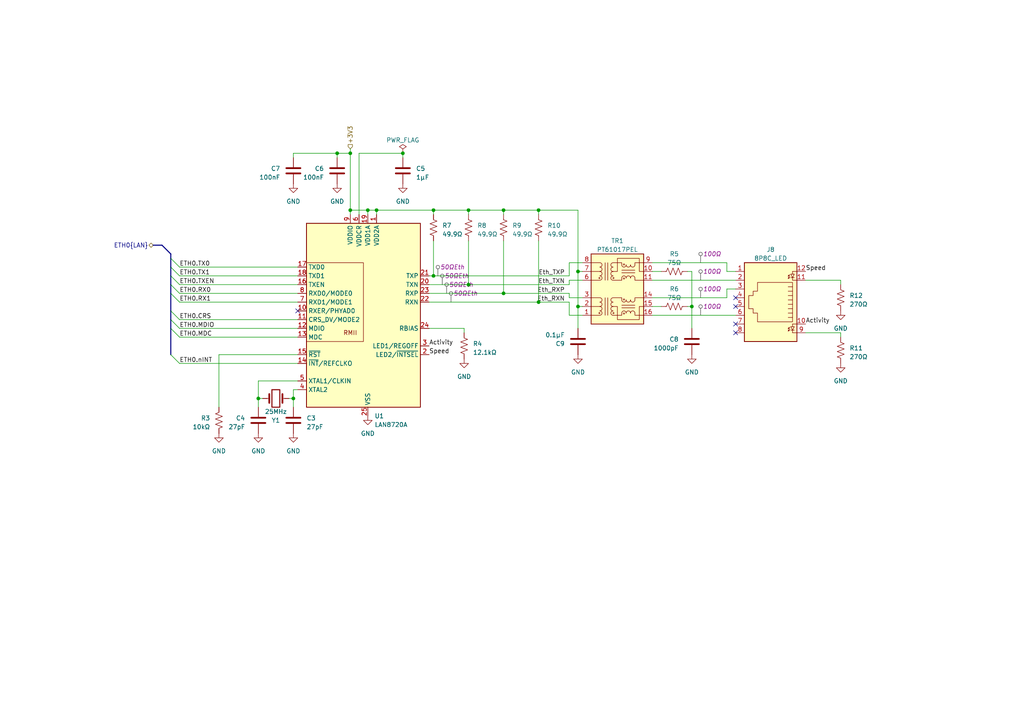
<source format=kicad_sch>
(kicad_sch (version 20230121) (generator eeschema)
  (paper "A4")
  (lib_symbols
    (symbol "Connector:8P8C_LED" (pin_names (offset 1.016))
      (property "Reference" "J" (at -5.08 13.97 0))
      (property "Value" "8P8C_LED" (at 1.27 13.97 0))
      (symbol "8P8C_LED_0_1"
        (polyline (pts (xy -7.62 -7.62) (xy -6.35 -7.62)))
        (polyline (pts (xy -7.62 -5.08) (xy -6.35 -5.08)))
        (polyline (pts (xy -7.62 7.62) (xy -6.35 7.62)))
        (polyline (pts (xy -7.62 10.16) (xy -6.35 10.16)))
        (polyline (pts (xy -6.858 -5.842) (xy -5.842 -5.842)))
        (polyline (pts (xy -6.858 9.398) (xy -5.842 9.398)))
        (polyline (pts (xy -6.35 -7.62) (xy -6.35 -6.858)))
        (polyline (pts (xy -6.35 -5.08) (xy -6.35 -5.842)))
        (polyline (pts (xy -6.35 7.62) (xy -6.35 8.382)))
        (polyline (pts (xy -6.35 10.16) (xy -6.35 9.398)))
        (polyline (pts (xy -5.08 -6.223) (xy -5.207 -6.604)))
        (polyline (pts (xy -5.08 -5.588) (xy -5.207 -5.969)))
        (polyline (pts (xy -5.08 4.445) (xy -6.35 4.445)))
        (polyline (pts (xy -5.08 5.715) (xy -6.35 5.715)))
        (polyline (pts (xy -5.08 9.017) (xy -5.207 8.636)))
        (polyline (pts (xy -5.08 9.652) (xy -5.207 9.271)))
        (polyline (pts (xy -6.35 -3.175) (xy -5.08 -3.175) (xy -5.08 -3.175)))
        (polyline (pts (xy -6.35 -1.905) (xy -5.08 -1.905) (xy -5.08 -1.905)))
        (polyline (pts (xy -6.35 -0.635) (xy -5.08 -0.635) (xy -5.08 -0.635)))
        (polyline (pts (xy -6.35 0.635) (xy -5.08 0.635) (xy -5.08 0.635)))
        (polyline (pts (xy -6.35 1.905) (xy -5.08 1.905) (xy -5.08 1.905)))
        (polyline (pts (xy -5.588 -6.731) (xy -5.08 -6.223) (xy -5.461 -6.35)))
        (polyline (pts (xy -5.588 -6.096) (xy -5.08 -5.588) (xy -5.461 -5.715)))
        (polyline (pts (xy -5.588 8.509) (xy -5.08 9.017) (xy -5.461 8.89)))
        (polyline (pts (xy -5.588 9.144) (xy -5.08 9.652) (xy -5.461 9.525)))
        (polyline (pts (xy -5.08 3.175) (xy -6.35 3.175) (xy -6.35 3.175)))
        (polyline (pts (xy -6.35 -5.842) (xy -6.858 -6.858) (xy -5.842 -6.858) (xy -6.35 -5.842)))
        (polyline (pts (xy -6.35 9.398) (xy -6.858 8.382) (xy -5.842 8.382) (xy -6.35 9.398)))
        (polyline (pts (xy -6.35 -4.445) (xy -6.35 6.985) (xy 3.81 6.985) (xy 3.81 4.445) (xy 5.08 4.445) (xy 5.08 3.175) (xy 6.35 3.175) (xy 6.35 -0.635) (xy 5.08 -0.635) (xy 5.08 -1.905) (xy 3.81 -1.905) (xy 3.81 -4.445) (xy -6.35 -4.445) (xy -6.35 -4.445)))
        (rectangle (start 7.62 12.7) (end -7.62 -10.16) (stroke (width 0.254)) (fill (type background)))
      )
      (symbol "8P8C_LED_1_1"
        (pin passive line (at 10.16 -7.62 180) (length 2.54) (name "~") (number "1"))
        (pin passive line (at -10.16 7.62 0) (length 2.54) (name "~") (number "10"))
        (pin passive line (at -10.16 -5.08 0) (length 2.54) (name "~") (number "11"))
        (pin passive line (at -10.16 -7.62 0) (length 2.54) (name "~") (number "12"))
        (pin passive line (at 10.16 -5.08 180) (length 2.54) (name "~") (number "2"))
        (pin passive line (at 10.16 -2.54 180) (length 2.54) (name "~") (number "3"))
        (pin passive line (at 10.16 0 180) (length 2.54) (name "~") (number "4"))
        (pin passive line (at 10.16 2.54 180) (length 2.54) (name "~") (number "5"))
        (pin passive line (at 10.16 5.08 180) (length 2.54) (name "~") (number "6"))
        (pin passive line (at 10.16 7.62 180) (length 2.54) (name "~") (number "7"))
        (pin passive line (at 10.16 10.16 180) (length 2.54) (name "~") (number "8"))
        (pin passive line (at -10.16 10.16 0) (length 2.54) (name "~") (number "9"))
      )
    )
    (symbol "Device:C" (pin_numbers hide) (pin_names (offset 0.254))
      (property "Reference" "C" (at 0.635 2.54 0))
      (property "Value" "C" (at 0.635 -2.54 0))
      (symbol "C_0_1"
        (polyline (pts (xy -2.032 -0.762) (xy 2.032 -0.762)) (stroke (width 0.508)))
        (polyline (pts (xy -2.032 0.762) (xy 2.032 0.762)) (stroke (width 0.508)))
      )
      (symbol "C_1_1"
        (pin passive line (at 0 3.81 270) (length 2.794) (name "~") (number "1"))
        (pin passive line (at 0 -3.81 90) (length 2.794) (name "~") (number "2"))
      )
    )
    (symbol "Device:Crystal" (pin_numbers hide) (pin_names (offset 1.016) hide)
      (property "Reference" "Y" (at 0 3.81 0))
      (property "Value" "Crystal" (at 0 -3.81 0))
      (symbol "Crystal_0_1"
        (rectangle (start -1.143 2.54) (end 1.143 -2.54) (stroke (width 0.3048)))
        (polyline (pts (xy -2.54 0) (xy -1.905 0)))
        (polyline (pts (xy -1.905 -1.27) (xy -1.905 1.27)) (stroke (width 0.508)))
        (polyline (pts (xy 1.905 -1.27) (xy 1.905 1.27)) (stroke (width 0.508)))
        (polyline (pts (xy 2.54 0) (xy 1.905 0)))
      )
      (symbol "Crystal_1_1"
        (pin passive line (at -3.81 0 0) (length 1.27) (name "1") (number "1"))
        (pin passive line (at 3.81 0 180) (length 1.27) (name "2") (number "2"))
      )
    )
    (symbol "Device:R_US" (pin_numbers hide) (pin_names (offset 0))
      (property "Reference" "R" (at 2.54 0 90))
      (property "Value" "R_US" (at -2.54 0 90))
      (symbol "R_US_0_1"
        (polyline (pts (xy 0 -2.286) (xy 0 -2.54)))
        (polyline (pts (xy 0 2.286) (xy 0 2.54)))
        (polyline (pts (xy 0 -0.762) (xy 1.016 -1.143) (xy 0 -1.524) (xy -1.016 -1.905) (xy 0 -2.286)))
        (polyline (pts (xy 0 0.762) (xy 1.016 0.381) (xy 0 0) (xy -1.016 -0.381) (xy 0 -0.762)))
        (polyline (pts (xy 0 2.286) (xy 1.016 1.905) (xy 0 1.524) (xy -1.016 1.143) (xy 0 0.762)))
      )
      (symbol "R_US_1_1"
        (pin passive line (at 0 3.81 270) (length 1.27) (name "~") (number "1"))
        (pin passive line (at 0 -3.81 90) (length 1.27) (name "~") (number "2"))
      )
    )
    (symbol "Interface_Ethernet:LAN8720A"
      (property "Reference" "U" (at -13.97 29.21 0))
      (property "Value" "LAN8720A" (at 15.24 29.21 0))
      (symbol "LAN8720A_0_0"
        (text "RMII" (at -5.08 -3.81 0) (effects (font (size 1.27 1.27))))
      )
      (symbol "LAN8720A_0_1"
        (rectangle (start -17.78 27.94) (end 15.24 -25.4) (stroke (width 0.254)) (fill (type background)))
        (polyline (pts (xy -17.78 -6.35) (xy -1.27 -6.35) (xy -1.27 16.51) (xy -17.78 16.51)))
      )
      (symbol "LAN8720A_1_1"
        (pin power_in line (at 2.54 30.48 270) (length 2.54) (name "VDD2A") (number "1"))
        (pin output line (at -20.32 2.54 0) (length 2.54) (name "RXER/PHYAD0") (number "10"))
        (pin bidirectional line (at -20.32 0 0) (length 2.54) (name "CRS_DV/MODE2") (number "11"))
        (pin bidirectional line (at -20.32 -2.54 0) (length 2.54) (name "MDIO") (number "12"))
        (pin input line (at -20.32 -5.08 0) (length 2.54) (name "MDC") (number "13"))
        (pin output line (at -20.32 -12.7 0) (length 2.54) (name "~{INT}/REFCLKO") (number "14"))
        (pin input line (at -20.32 -10.16 0) (length 2.54) (name "~{RST}") (number "15"))
        (pin input line (at -20.32 10.16 0) (length 2.54) (name "TXEN") (number "16"))
        (pin input line (at -20.32 15.24 0) (length 2.54) (name "TXD0") (number "17"))
        (pin input line (at -20.32 12.7 0) (length 2.54) (name "TXD1") (number "18"))
        (pin power_in line (at 0 30.48 270) (length 2.54) (name "VDD1A") (number "19"))
        (pin bidirectional line (at 17.78 -10.16 180) (length 2.54) (name "LED2/~{INTSEL}") (number "2"))
        (pin bidirectional line (at 17.78 10.16 180) (length 2.54) (name "TXN") (number "20"))
        (pin bidirectional line (at 17.78 12.7 180) (length 2.54) (name "TXP") (number "21"))
        (pin bidirectional line (at 17.78 5.08 180) (length 2.54) (name "RXN") (number "22"))
        (pin bidirectional line (at 17.78 7.62 180) (length 2.54) (name "RXP") (number "23"))
        (pin passive line (at 17.78 -2.54 180) (length 2.54) (name "RBIAS") (number "24"))
        (pin power_in line (at 0 -27.94 90) (length 2.54) (name "VSS") (number "25"))
        (pin bidirectional line (at 17.78 -7.62 180) (length 2.54) (name "LED1/REGOFF") (number "3"))
        (pin output line (at -20.32 -20.32 0) (length 2.54) (name "XTAL2") (number "4"))
        (pin input line (at -20.32 -17.78 0) (length 2.54) (name "XTAL1/CLKIN") (number "5"))
        (pin power_in line (at -2.54 30.48 270) (length 2.54) (name "VDDCR") (number "6"))
        (pin bidirectional line (at -20.32 5.08 0) (length 2.54) (name "RXD1/MODE1") (number "7"))
        (pin bidirectional line (at -20.32 7.62 0) (length 2.54) (name "RXD0/MODE0") (number "8"))
        (pin power_in line (at -5.08 30.48 270) (length 2.54) (name "VDDIO") (number "9"))
      )
    )
    (symbol "Transformer:PT61017PEL" (pin_names hide)
      (property "Reference" "TR" (at 0 10.795 0))
      (property "Value" "PT61017PEL" (at 0 -10.795 0))
      (symbol "PT61017PEL_0_1"
        (rectangle (start -7.62 10.16) (end 7.62 -10.16) (stroke (width 0.254)) (fill (type background)))
        (circle (center -5.207 3.175) (radius 0.1778))
        (arc (start -5.08 6.35) (mid -4.4477 6.985) (end -5.08 7.62))
        (polyline (pts (xy -5.08 2.54) (xy -7.62 2.54)))
        (polyline (pts (xy -5.08 5.08) (xy -7.62 5.08)))
        (polyline (pts (xy -5.08 7.62) (xy -7.62 7.62)))
        (polyline (pts (xy -3.556 -2.54) (xy -3.556 -7.62)))
        (polyline (pts (xy -3.556 2.54) (xy -3.556 7.62)))
        (polyline (pts (xy -2.794 -7.62) (xy -2.794 -2.54)))
        (polyline (pts (xy -2.794 7.62) (xy -2.794 2.54)))
        (polyline (pts (xy 1.27 4.699) (xy 5.08 4.699)))
        (polyline (pts (xy 1.27 5.461) (xy 5.08 5.461)))
        (polyline (pts (xy -1.27 2.54) (xy 1.27 2.54) (xy 1.27 3.175)))
        (polyline (pts (xy 1.27 6.985) (xy 1.27 7.62) (xy -1.27 7.62)))
        (polyline (pts (xy 5.08 3.175) (xy 5.08 2.54) (xy 7.62 2.54)))
        (polyline (pts (xy 5.08 6.985) (xy 5.08 7.62) (xy 7.62 7.62)))
        (polyline (pts (xy -1.27 5.08) (xy 0 5.08) (xy 0 8.89) (xy 6.35 8.89) (xy 6.35 5.08) (xy 7.62 5.08)))
      )
      (symbol "PT61017PEL_1_1"
        (circle (center -5.207 -6.985) (radius 0.1778))
        (arc (start -5.08 -7.62) (mid -4.4477 -6.985) (end -5.08 -6.35))
        (arc (start -5.08 -6.35) (mid -4.4477 -5.715) (end -5.08 -5.08))
        (arc (start -5.08 -5.08) (mid -4.4477 -4.445) (end -5.08 -3.81))
        (arc (start -5.08 -3.81) (mid -4.4477 -3.175) (end -5.08 -2.54))
        (arc (start -5.08 2.54) (mid -4.4477 3.175) (end -5.08 3.81))
        (arc (start -5.08 3.81) (mid -4.4477 4.445) (end -5.08 5.08))
        (arc (start -5.08 5.08) (mid -4.4477 5.715) (end -5.08 6.35))
        (arc (start -1.27 -6.35) (mid -1.9023 -6.985) (end -1.27 -7.62))
        (arc (start -1.27 -5.08) (mid -1.9023 -5.715) (end -1.27 -6.35))
        (arc (start -1.27 -3.81) (mid -1.9023 -4.445) (end -1.27 -5.08))
        (arc (start -1.27 -2.54) (mid -1.9023 -3.175) (end -1.27 -3.81))
        (arc (start -1.27 3.81) (mid -1.9023 3.175) (end -1.27 2.54))
        (arc (start -1.27 5.08) (mid -1.9023 4.445) (end -1.27 3.81))
        (arc (start -1.27 6.35) (mid -1.9023 5.715) (end -1.27 5.08))
        (arc (start -1.27 7.62) (mid -1.9023 6.985) (end -1.27 6.35))
        (circle (center -1.143 -6.985) (radius 0.1778))
        (circle (center -1.143 3.175) (radius 0.1778))
        (polyline (pts (xy -5.08 -7.62) (xy -7.62 -7.62)))
        (polyline (pts (xy -5.08 -5.08) (xy -7.62 -5.08)))
        (polyline (pts (xy -5.08 -2.54) (xy -7.62 -2.54)))
        (polyline (pts (xy 1.27 -5.461) (xy 5.08 -5.461)))
        (polyline (pts (xy 1.27 -4.699) (xy 5.08 -4.699)))
        (polyline (pts (xy -1.27 -7.62) (xy 1.27 -7.62) (xy 1.27 -6.985)))
        (polyline (pts (xy 1.27 -3.175) (xy 1.27 -2.54) (xy -1.27 -2.54)))
        (polyline (pts (xy 5.08 -6.985) (xy 5.08 -7.62) (xy 7.62 -7.62)))
        (polyline (pts (xy 5.08 -3.175) (xy 5.08 -2.54) (xy 7.62 -2.54)))
        (polyline (pts (xy 7.62 -5.08) (xy 6.35 -5.08) (xy 6.35 -8.89) (xy 0 -8.89) (xy 0 -5.08) (xy -1.27 -5.08)))
        (arc (start 1.27 -3.175) (mid 1.905 -3.8073) (end 2.54 -3.175))
        (arc (start 1.27 6.985) (mid 1.905 6.3527) (end 2.54 6.985))
        (circle (center 1.905 -7.112) (radius 0.1778))
        (circle (center 1.905 -3.048) (radius 0.1778))
        (circle (center 1.905 3.048) (radius 0.1778))
        (circle (center 1.905 7.112) (radius 0.1778))
        (arc (start 2.54 -6.985) (mid 1.905 -6.3527) (end 1.27 -6.985))
        (arc (start 2.54 -3.175) (mid 3.175 -3.8073) (end 3.81 -3.175))
        (arc (start 2.54 3.175) (mid 1.905 3.8073) (end 1.27 3.175))
        (arc (start 2.54 6.985) (mid 3.175 6.3527) (end 3.81 6.985))
        (arc (start 3.81 -6.985) (mid 3.175 -6.3527) (end 2.54 -6.985))
        (arc (start 3.81 -3.175) (mid 4.445 -3.8073) (end 5.08 -3.175))
        (arc (start 3.81 3.175) (mid 3.175 3.8073) (end 2.54 3.175))
        (arc (start 3.81 6.985) (mid 4.445 6.3527) (end 5.08 6.985))
        (arc (start 5.08 -6.985) (mid 4.445 -6.3527) (end 3.81 -6.985))
        (arc (start 5.08 3.175) (mid 4.445 3.8073) (end 3.81 3.175))
        (pin passive line (at -10.16 -7.62 0) (length 2.54) (name "TD+") (number "1"))
        (pin passive line (at 10.16 5.08 180) (length 2.54) (name "C_RX") (number "10"))
        (pin passive line (at 10.16 2.54 180) (length 2.54) (name "RX+") (number "11"))
        (pin passive line (at 10.16 -2.54 180) (length 2.54) (name "TX-") (number "14"))
        (pin passive line (at 10.16 -5.08 180) (length 2.54) (name "C_TX") (number "15"))
        (pin passive line (at 10.16 -7.62 180) (length 2.54) (name "TX+") (number "16"))
        (pin passive line (at -10.16 -5.08 0) (length 2.54) (name "C_TD") (number "2"))
        (pin passive line (at -10.16 -2.54 0) (length 2.54) (name "TD-") (number "3"))
        (pin passive line (at -10.16 2.54 0) (length 2.54) (name "RD+") (number "6"))
        (pin passive line (at -10.16 5.08 0) (length 2.54) (name "C_RD") (number "7"))
        (pin passive line (at -10.16 7.62 0) (length 2.54) (name "RD-") (number "8"))
        (pin passive line (at 10.16 7.62 180) (length 2.54) (name "RX-") (number "9"))
      )
    )
    (symbol "power:GND" (power) (pin_names (offset 0))
      (property "Value" "GND" (at 0 -3.81 0))
      (symbol "GND_0_1"
        (polyline (pts (xy 0 0) (xy 0 -1.27) (xy 1.27 -1.27) (xy 0 -2.54) (xy -1.27 -1.27) (xy 0 -1.27)))
      )
      (symbol "GND_1_1"
        (pin power_in line (at 0 0 270) (length 0) hide (name "GND") (number "1"))
      )
    )
    (symbol "power:PWR_FLAG" (power) (pin_numbers hide) (pin_names (offset 0) hide)
      (property "Value" "PWR_FLAG" (at 0 3.81 0))
      (symbol "PWR_FLAG_0_0"
        (pin power_out line (at 0 0 90) (length 0) (name "pwr") (number "1"))
      )
      (symbol "PWR_FLAG_0_1"
        (polyline (pts (xy 0 0) (xy 0 1.27) (xy -1.016 1.905) (xy 0 2.54) (xy 1.016 1.905) (xy 0 1.27)))
      )
    )
  )
  (bus_alias "LAN" (members "TX0" "TX1" "TXEN" "RX0" "RX1" "CRS" "MDIO" "MDC" "nINT"))
  (junction (at 167.64 78.74))
  (junction (at 135.89 60.96))
  (junction (at 101.6 60.96))
  (junction (at 74.93 115.57))
  (junction (at 200.66 88.9))
  (junction (at 116.84 44.45))
  (junction (at 101.6 44.45))
  (junction (at 146.05 85.09))
  (junction (at 97.79 44.45))
  (junction (at 106.68 60.96))
  (junction (at 135.89 82.55))
  (junction (at 85.09 115.57))
  (junction (at 156.21 60.96))
  (junction (at 125.73 60.96))
  (junction (at 109.22 60.96))
  (junction (at 167.64 88.9))
  (junction (at 146.05 60.96))
  (junction (at 156.21 87.63))
  (junction (at 125.73 80.01))
  (no_connect (at 213.36 93.98))
  (no_connect (at 213.36 88.9))
  (no_connect (at 86.36 90.17))
  (no_connect (at 213.36 96.52))
  (no_connect (at 213.36 86.36))
  (bus_entry (at 49.53 92.71) (size 2.54 2.54))
  (bus_entry (at 49.53 95.25) (size 2.54 2.54))
  (bus_entry (at 49.53 74.93) (size 2.54 2.54))
  (bus_entry (at 49.53 85.09) (size 2.54 2.54))
  (bus_entry (at 49.53 82.55) (size 2.54 2.54))
  (bus_entry (at 49.53 90.17) (size 2.54 2.54))
  (bus_entry (at 49.53 77.47) (size 2.54 2.54))
  (bus_entry (at 49.53 102.87) (size 2.54 2.54))
  (bus_entry (at 49.53 80.01) (size 2.54 2.54))
  (bus (pts (xy 49.53 73.66) (xy 49.53 74.93)))
  (wire (pts (xy 52.07 80.01) (xy 86.36 80.01)))
  (wire (pts (xy 146.05 60.96) (xy 156.21 60.96)))
  (wire (pts (xy 135.89 60.96) (xy 135.89 62.23)))
  (wire (pts (xy 97.79 44.45) (xy 85.09 44.45)))
  (wire (pts (xy 52.07 92.71) (xy 86.36 92.71)))
  (wire (pts (xy 85.09 113.03) (xy 85.09 115.57)))
  (wire (pts (xy 52.07 87.63) (xy 86.36 87.63)))
  (wire (pts (xy 104.14 44.45) (xy 116.84 44.45)))
  (wire (pts (xy 156.21 69.85) (xy 156.21 87.63)))
  (wire (pts (xy 124.46 95.25) (xy 134.62 95.25)))
  (wire (pts (xy 116.84 44.45) (xy 116.84 45.72)))
  (wire (pts (xy 85.09 44.45) (xy 85.09 45.72)))
  (wire (pts (xy 146.05 60.96) (xy 146.05 62.23)))
  (wire (pts (xy 125.73 60.96) (xy 135.89 60.96)))
  (wire (pts (xy 167.64 60.96) (xy 167.64 78.74)))
  (wire (pts (xy 210.82 78.74) (xy 213.36 78.74)))
  (wire (pts (xy 52.07 97.79) (xy 86.36 97.79)))
  (wire (pts (xy 189.23 78.74) (xy 191.77 78.74)))
  (wire (pts (xy 189.23 91.44) (xy 213.36 91.44)))
  (wire (pts (xy 52.07 82.55) (xy 86.36 82.55)))
  (wire (pts (xy 146.05 85.09) (xy 165.1 85.09)))
  (wire (pts (xy 106.68 60.96) (xy 106.68 62.23)))
  (wire (pts (xy 233.68 96.52) (xy 243.84 96.52)))
  (wire (pts (xy 165.1 81.28) (xy 168.91 81.28)))
  (wire (pts (xy 104.14 62.23) (xy 104.14 44.45)))
  (wire (pts (xy 167.64 78.74) (xy 168.91 78.74)))
  (wire (pts (xy 97.79 44.45) (xy 97.79 45.72)))
  (wire (pts (xy 210.82 76.2) (xy 189.23 76.2)))
  (wire (pts (xy 86.36 110.49) (xy 74.93 110.49)))
  (wire (pts (xy 167.64 78.74) (xy 167.64 88.9)))
  (wire (pts (xy 200.66 78.74) (xy 200.66 88.9)))
  (wire (pts (xy 210.82 86.36) (xy 210.82 83.82)))
  (wire (pts (xy 97.79 44.45) (xy 101.6 44.45)))
  (wire (pts (xy 165.1 91.44) (xy 168.91 91.44)))
  (wire (pts (xy 189.23 81.28) (xy 213.36 81.28)))
  (wire (pts (xy 210.82 83.82) (xy 213.36 83.82)))
  (wire (pts (xy 165.1 76.2) (xy 165.1 80.01)))
  (wire (pts (xy 189.23 86.36) (xy 210.82 86.36)))
  (wire (pts (xy 165.1 85.09) (xy 165.1 86.36)))
  (wire (pts (xy 125.73 60.96) (xy 125.73 62.23)))
  (bus (pts (xy 46.99 71.12) (xy 49.53 73.66)))
  (wire (pts (xy 233.68 81.28) (xy 243.84 81.28)))
  (wire (pts (xy 210.82 78.74) (xy 210.82 76.2)))
  (wire (pts (xy 156.21 60.96) (xy 167.64 60.96)))
  (bus (pts (xy 49.53 95.25) (xy 49.53 102.87)))
  (wire (pts (xy 165.1 76.2) (xy 168.91 76.2)))
  (wire (pts (xy 109.22 62.23) (xy 109.22 60.96)))
  (wire (pts (xy 101.6 44.45) (xy 101.6 60.96)))
  (wire (pts (xy 189.23 88.9) (xy 191.77 88.9)))
  (wire (pts (xy 146.05 69.85) (xy 146.05 85.09)))
  (wire (pts (xy 124.46 87.63) (xy 156.21 87.63)))
  (wire (pts (xy 135.89 69.85) (xy 135.89 82.55)))
  (wire (pts (xy 52.07 77.47) (xy 86.36 77.47)))
  (bus (pts (xy 49.53 77.47) (xy 49.53 80.01)))
  (bus (pts (xy 49.53 90.17) (xy 49.53 92.71)))
  (wire (pts (xy 243.84 81.28) (xy 243.84 82.55)))
  (wire (pts (xy 74.93 115.57) (xy 76.2 115.57)))
  (wire (pts (xy 165.1 87.63) (xy 165.1 91.44)))
  (wire (pts (xy 109.22 60.96) (xy 106.68 60.96)))
  (wire (pts (xy 74.93 115.57) (xy 74.93 118.11)))
  (wire (pts (xy 167.64 88.9) (xy 167.64 95.25)))
  (wire (pts (xy 156.21 60.96) (xy 156.21 62.23)))
  (wire (pts (xy 63.5 102.87) (xy 63.5 118.11)))
  (wire (pts (xy 135.89 82.55) (xy 165.1 82.55)))
  (wire (pts (xy 101.6 43.18) (xy 101.6 44.45)))
  (bus (pts (xy 49.53 92.71) (xy 49.53 95.25)))
  (wire (pts (xy 134.62 95.25) (xy 134.62 96.52)))
  (wire (pts (xy 109.22 60.96) (xy 125.73 60.96)))
  (bus (pts (xy 49.53 74.93) (xy 49.53 77.47)))
  (wire (pts (xy 167.64 88.9) (xy 168.91 88.9)))
  (wire (pts (xy 124.46 82.55) (xy 135.89 82.55)))
  (wire (pts (xy 124.46 85.09) (xy 146.05 85.09)))
  (wire (pts (xy 135.89 60.96) (xy 146.05 60.96)))
  (wire (pts (xy 52.07 85.09) (xy 86.36 85.09)))
  (wire (pts (xy 83.82 115.57) (xy 85.09 115.57)))
  (wire (pts (xy 165.1 86.36) (xy 168.91 86.36)))
  (wire (pts (xy 86.36 113.03) (xy 85.09 113.03)))
  (wire (pts (xy 101.6 60.96) (xy 101.6 62.23)))
  (wire (pts (xy 200.66 88.9) (xy 199.39 88.9)))
  (bus (pts (xy 44.45 71.12) (xy 46.99 71.12)))
  (bus (pts (xy 49.53 80.01) (xy 49.53 82.55)))
  (wire (pts (xy 85.09 115.57) (xy 85.09 118.11)))
  (bus (pts (xy 49.53 85.09) (xy 49.53 90.17)))
  (wire (pts (xy 106.68 60.96) (xy 101.6 60.96)))
  (wire (pts (xy 165.1 81.28) (xy 165.1 82.55)))
  (wire (pts (xy 125.73 69.85) (xy 125.73 80.01)))
  (wire (pts (xy 125.73 80.01) (xy 165.1 80.01)))
  (wire (pts (xy 52.07 95.25) (xy 86.36 95.25)))
  (wire (pts (xy 74.93 110.49) (xy 74.93 115.57)))
  (wire (pts (xy 52.07 105.41) (xy 86.36 105.41)))
  (wire (pts (xy 200.66 88.9) (xy 200.66 95.25)))
  (wire (pts (xy 86.36 102.87) (xy 63.5 102.87)))
  (wire (pts (xy 199.39 78.74) (xy 200.66 78.74)))
  (wire (pts (xy 124.46 80.01) (xy 125.73 80.01)))
  (wire (pts (xy 156.21 87.63) (xy 165.1 87.63)))
  (bus (pts (xy 49.53 82.55) (xy 49.53 85.09)))
  (wire (pts (xy 243.84 96.52) (xy 243.84 97.79)))
  (label "Eth_RXN" (at 163.83 87.63 180))
  (label "ETH0.RX1" (at 52.07 87.63 0))
  (label "ETH0.CRS" (at 52.07 92.71 0))
  (label "Activity" (at 124.46 100.33 0))
  (label "Eth_RXP" (at 163.83 85.09 180))
  (label "ETH0.TX0" (at 52.07 77.47 0))
  (label "ETH0.TXEN" (at 52.07 82.55 0))
  (label "Eth_TXN" (at 163.83 82.55 180))
  (label "ETH0.TX1" (at 52.07 80.01 0))
  (label "Eth_TXP" (at 163.83 80.01 180))
  (label "ETH0.MDIO" (at 52.07 95.25 0))
  (label "ETH0.RX0" (at 52.07 85.09 0))
  (label "Speed" (at 233.68 78.74 0))
  (label "ETH0.MDC" (at 52.07 97.79 0))
  (label "Activity" (at 233.68 93.98 0))
  (label "Speed" (at 124.46 102.87 0))
  (label "ETH0.nINT" (at 52.07 105.41 0))
  (hierarchical_label "ETH0{LAN}" (shape bidirectional) (at 44.45 71.12 180))
  (hierarchical_label "+3V3" (shape input) (at 101.6 43.18 90))
  (netclass_flag "" (length 2.54) (shape round) (at 127 80.01 0) (property "Netclass" "50ΩEth" (at 127.6985 77.47 0) (effects (font italic) (justify left))))
  (netclass_flag "" (length 2.54) (shape round) (at 203.2 76.2 0) (property "Netclass" "100Ω" (at 203.8985 73.66 0) (effects (font italic) (justify left))))
  (netclass_flag "" (length 2.54) (shape round) (at 203.2 91.44 0) (property "Netclass" "100Ω" (at 203.8985 88.9 0) (effects (font italic) (justify left))))
  (netclass_flag "" (length 2.54) (shape round) (at 129.54 85.09 0) (property "Netclass" "50ΩEth" (at 130.2385 82.55 0) (effects (font italic) (justify left))))
  (netclass_flag "" (length 2.54) (shape round) (at 203.2 86.36 0) (property "Netclass" "100Ω" (at 203.8985 83.82 0) (effects (font italic) (justify left))))
  (netclass_flag "" (length 2.54) (shape round) (at 130.81 87.63 0) (property "Netclass" "50ΩEth" (at 131.5085 85.09 0) (effects (font italic) (justify left))))
  (netclass_flag "" (length 2.54) (shape round) (at 128.27 82.55 0) (property "Netclass" "50ΩEth" (at 128.9685 80.01 0) (effects (font italic) (justify left))))
  (netclass_flag "" (length 2.54) (shape round) (at 203.2 81.28 0) (property "Netclass" "100Ω" (at 203.8985 78.74 0) (effects (font italic) (justify left))))
  (symbol (lib_id "power:GND") (at 116.84 53.34 0) (unit 1)
    (property "Reference" "#PWR019" (effects hide))
    (property "Value" "GND" (at 116.84 58.42 0))
  )
  (symbol (lib_id "power:GND") (at 85.09 125.73 0) (unit 1)
    (property "Reference" "#PWR015" (effects hide))
    (property "Value" "GND" (at 85.09 130.81 0))
  )
  (symbol (lib_id "Device:R_US") (at 146.05 66.04 0) (unit 1)
    (property "Reference" "R9" (at 148.59 65.405 0) (effects (justify left)))
    (property "Value" "49.9Ω" (at 148.59 67.945 0) (effects (justify left)))
    (property "Footprint" "Resistor_SMD:R_1206_3216Metric_Pad1.30x1.75mm_HandSolder" (effects hide))
  )
  (symbol (lib_id "Device:R_US") (at 195.58 88.9 90) (unit 1)
    (property "Reference" "R6" (at 195.58 83.82 90))
    (property "Value" "75Ω" (at 195.58 86.36 90))
    (property "Footprint" "Resistor_SMD:R_1206_3216Metric_Pad1.30x1.75mm_HandSolder" (effects hide))
  )
  (symbol (lib_id "Device:R_US") (at 125.73 66.04 0) (unit 1)
    (property "Reference" "R7" (at 128.27 65.405 0) (effects (justify left)))
    (property "Value" "49.9Ω" (at 128.27 67.945 0) (effects (justify left)))
    (property "Footprint" "Resistor_SMD:R_1206_3216Metric_Pad1.30x1.75mm_HandSolder" (effects hide))
  )
  (symbol (lib_id "Device:R_US") (at 135.89 66.04 0) (unit 1)
    (property "Reference" "R8" (at 138.43 65.405 0) (effects (justify left)))
    (property "Value" "49.9Ω" (at 138.43 67.945 0) (effects (justify left)))
    (property "Footprint" "Resistor_SMD:R_1206_3216Metric_Pad1.30x1.75mm_HandSolder" (effects hide))
  )
  (symbol (lib_id "power:GND") (at 167.64 102.87 0) (unit 1)
    (property "Reference" "#PWR024" (effects hide))
    (property "Value" "GND" (at 167.64 107.95 0))
  )
  (symbol (lib_id "power:GND") (at 106.68 120.65 0) (unit 1)
    (property "Reference" "#PWR017" (effects hide))
    (property "Value" "GND" (at 106.68 125.73 0))
  )
  (symbol (lib_id "power:GND") (at 200.66 102.87 0) (unit 1)
    (property "Reference" "#PWR023" (effects hide))
    (property "Value" "GND" (at 200.66 107.95 0))
  )
  (symbol (lib_id "Device:C") (at 200.66 99.06 0) (mirror y) (unit 1)
    (property "Reference" "C8" (at 196.85 98.425 0) (effects (justify left)))
    (property "Value" "1000pF" (at 196.85 100.965 0) (effects (justify left)))
    (property "Footprint" "Capacitor_SMD:C_1812_4532Metric_Pad1.57x3.40mm_HandSolder" (effects hide))
  )
  (symbol (lib_id "Device:R_US") (at 63.5 121.92 0) (mirror x) (unit 1)
    (property "Reference" "R3" (at 60.96 121.285 0) (effects (justify right)))
    (property "Value" "10kΩ" (at 60.96 123.825 0) (effects (justify right)))
    (property "Footprint" "Resistor_SMD:R_1206_3216Metric_Pad1.30x1.75mm_HandSolder" (effects hide))
  )
  (symbol (lib_id "power:GND") (at 243.84 105.41 0) (unit 1)
    (property "Reference" "#PWR026" (effects hide))
    (property "Value" "GND" (at 243.84 110.49 0))
  )
  (symbol (lib_id "Device:C") (at 116.84 49.53 0) (unit 1)
    (property "Reference" "C5" (at 120.65 48.895 0) (effects (justify left)))
    (property "Value" "1μF" (at 120.65 51.435 0) (effects (justify left)))
    (property "Footprint" "Capacitor_SMD:C_1206_3216Metric_Pad1.33x1.80mm_HandSolder" (effects hide))
  )
  (symbol (lib_id "power:GND") (at 74.93 125.73 0) (unit 1)
    (property "Reference" "#PWR016" (effects hide))
    (property "Value" "GND" (at 74.93 130.81 0))
  )
  (symbol (lib_id "Interface_Ethernet:LAN8720A") (at 106.68 92.71 0) (unit 1)
    (property "Reference" "U1" (at 108.6359 120.65 0) (effects (justify left)))
    (property "Value" "LAN8720A" (at 108.6359 123.19 0) (effects (justify left)))
    (property "Footprint" "Package_DFN_QFN:VQFN-24-1EP_4x4mm_P0.5mm_EP2.5x2.5mm_ThermalVias" (effects hide))
    (property "Datasheet" "http://ww1.microchip.com/downloads/en/DeviceDoc/8720a.pdf" (effects hide))
  )
  (symbol (lib_id "Device:Crystal") (at 80.01 115.57 180) (unit 1)
    (property "Reference" "Y1" (at 80.01 121.92 0))
    (property "Value" "25MHz" (at 80.01 119.38 0))
    (property "Footprint" "Crystal:Crystal_HC49-4H_Vertical" (effects hide))
  )
  (symbol (lib_id "Device:R_US") (at 134.62 100.33 0) (unit 1)
    (property "Reference" "R4" (at 137.16 99.695 0) (effects (justify left)))
    (property "Value" "12.1kΩ" (at 137.16 102.235 0) (effects (justify left)))
    (property "Footprint" "Resistor_SMD:R_1206_3216Metric_Pad1.30x1.75mm_HandSolder" (effects hide))
  )
  (symbol (lib_id "power:GND") (at 243.84 90.17 0) (unit 1)
    (property "Reference" "#PWR025" (effects hide))
    (property "Value" "GND" (at 243.84 95.25 0))
  )
  (symbol (lib_id "Device:C") (at 74.93 121.92 0) (mirror y) (unit 1)
    (property "Reference" "C4" (at 71.12 121.285 0) (effects (justify left)))
    (property "Value" "27pF" (at 71.12 123.825 0) (effects (justify left)))
    (property "Footprint" "Capacitor_SMD:C_1206_3216Metric_Pad1.33x1.80mm_HandSolder" (effects hide))
  )
  (symbol (lib_id "Device:C") (at 85.09 49.53 0) (mirror y) (unit 1)
    (property "Reference" "C7" (at 81.28 48.895 0) (effects (justify left)))
    (property "Value" "100nF" (at 81.28 51.435 0) (effects (justify left)))
    (property "Footprint" "Capacitor_SMD:C_1206_3216Metric_Pad1.33x1.80mm_HandSolder" (effects hide))
  )
  (symbol (lib_id "Device:C") (at 85.09 121.92 0) (unit 1)
    (property "Reference" "C3" (at 88.9 121.285 0) (effects (justify left)))
    (property "Value" "27pF" (at 88.9 123.825 0) (effects (justify left)))
    (property "Footprint" "Capacitor_SMD:C_1206_3216Metric_Pad1.33x1.80mm_HandSolder" (effects hide))
  )
  (symbol (lib_id "Device:C") (at 97.79 49.53 0) (mirror y) (unit 1)
    (property "Reference" "C6" (at 93.98 48.895 0) (effects (justify left)))
    (property "Value" "100nF" (at 93.98 51.435 0) (effects (justify left)))
    (property "Footprint" "Capacitor_SMD:C_1206_3216Metric_Pad1.33x1.80mm_HandSolder" (effects hide))
  )
  (symbol (lib_id "power:PWR_FLAG") (at 116.84 44.45 0) (unit 1)
    (property "Reference" "#FLG02" (effects hide))
    (property "Value" "PWR_FLAG" (at 116.84 40.64 0))
  )
  (symbol (lib_id "Transformer:PT61017PEL") (at 179.07 83.82 0) (unit 1)
    (property "Reference" "TR1" (at 179.07 69.85 0))
    (property "Value" "PT61017PEL" (at 179.07 72.39 0))
    (property "Footprint" "Transformer_SMD:Transformer_Ethernet_Bourns_PT61017PEL" (effects hide))
    (property "Datasheet" "https://www.bourns.com/docs/Product-Datasheets/PT61017PEL.pdf" (effects hide))
  )
  (symbol (lib_id "power:GND") (at 63.5 125.73 0) (unit 1)
    (property "Reference" "#PWR018" (effects hide))
    (property "Value" "GND" (at 63.5 130.81 0))
  )
  (symbol (lib_id "Connector:8P8C_LED") (at 223.52 86.36 180) (unit 1)
    (property "Reference" "J8" (at 223.52 72.39 0))
    (property "Value" "8P8C_LED" (at 223.52 74.93 0))
    (property "Footprint" "LIB_RJHSE-5086-KiCad:RJHSE5086" (effects hide))
  )
  (symbol (lib_id "Device:R_US") (at 243.84 101.6 180) (unit 1)
    (property "Reference" "R11" (at 246.38 100.965 0) (effects (justify right)))
    (property "Value" "270Ω" (at 246.38 103.505 0) (effects (justify right)))
    (property "Footprint" "Resistor_SMD:R_1206_3216Metric_Pad1.30x1.75mm_HandSolder" (effects hide))
  )
  (symbol (lib_id "power:GND") (at 85.09 53.34 0) (unit 1)
    (property "Reference" "#PWR021" (effects hide))
    (property "Value" "GND" (at 85.09 58.42 0))
  )
  (symbol (lib_id "Device:R_US") (at 195.58 78.74 90) (unit 1)
    (property "Reference" "R5" (at 195.58 73.66 90))
    (property "Value" "75Ω" (at 195.58 76.2 90))
    (property "Footprint" "Resistor_SMD:R_1206_3216Metric_Pad1.30x1.75mm_HandSolder" (effects hide))
  )
  (symbol (lib_id "Device:C") (at 167.64 99.06 180) (unit 1)
    (property "Reference" "C9" (at 163.83 99.695 0) (effects (justify left)))
    (property "Value" "0.1μF" (at 163.83 97.155 0) (effects (justify left)))
    (property "Footprint" "Capacitor_SMD:C_1206_3216Metric_Pad1.33x1.80mm_HandSolder" (effects hide))
  )
  (symbol (lib_id "Device:R_US") (at 156.21 66.04 0) (unit 1)
    (property "Reference" "R10" (at 158.75 65.405 0) (effects (justify left)))
    (property "Value" "49.9Ω" (at 158.75 67.945 0) (effects (justify left)))
    (property "Footprint" "Resistor_SMD:R_1206_3216Metric_Pad1.30x1.75mm_HandSolder" (effects hide))
  )
  (symbol (lib_id "power:GND") (at 97.79 53.34 0) (unit 1)
    (property "Reference" "#PWR020" (effects hide))
    (property "Value" "GND" (at 97.79 58.42 0))
  )
  (symbol (lib_id "power:GND") (at 134.62 104.14 0) (unit 1)
    (property "Reference" "#PWR022" (effects hide))
    (property "Value" "GND" (at 134.62 109.22 0))
  )
  (symbol (lib_id "Device:R_US") (at 243.84 86.36 180) (unit 1)
    (property "Reference" "R12" (at 246.38 85.725 0) (effects (justify right)))
    (property "Value" "270Ω" (at 246.38 88.265 0) (effects (justify right)))
    (property "Footprint" "Resistor_SMD:R_1206_3216Metric_Pad1.30x1.75mm_HandSolder" (effects hide))
  )
)
</source>
